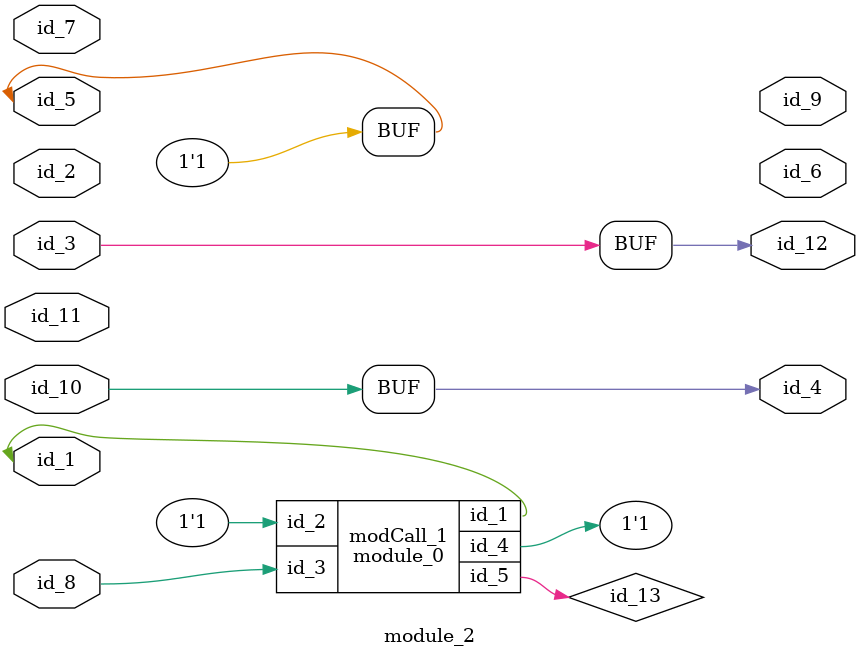
<source format=v>
module module_0 (
    id_1,
    id_2,
    id_3,
    id_4,
    id_5
);
  inout wire id_5;
  inout wire id_4;
  input wire id_3;
  input wire id_2;
  inout wire id_1;
endmodule
module module_1 (
    id_1,
    id_2,
    id_3
);
  input wire id_3;
  output wire id_2;
  inout wire id_1;
  assign id_1 = (1) - id_1;
  module_0 modCall_1 (
      id_1,
      id_3,
      id_1,
      id_1,
      id_1
  );
  wire id_4;
endmodule
module module_2 (
    id_1,
    id_2,
    id_3,
    id_4,
    id_5,
    id_6,
    id_7,
    id_8,
    id_9,
    id_10,
    id_11,
    id_12
);
  output wire id_12;
  input wire id_11;
  input wire id_10;
  output wire id_9;
  input wire id_8;
  input wire id_7;
  output wire id_6;
  inout wire id_5;
  output wire id_4;
  input wire id_3;
  input wire id_2;
  inout wire id_1;
  wire id_13;
  assign id_12 = id_3;
  assign id_5  = 1;
  assign id_4  = id_10;
  module_0 modCall_1 (
      id_1,
      id_5,
      id_8,
      id_5,
      id_13
  );
  assign id_12[1] = 1;
endmodule

</source>
